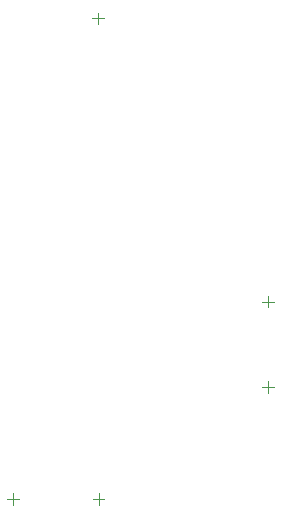
<source format=gbr>
%TF.GenerationSoftware,Altium Limited,Altium Designer,22.7.1 (60)*%
G04 Layer_Color=0*
%FSLAX45Y45*%
%MOMM*%
%TF.SameCoordinates,7EA997FE-DDDF-495E-A45D-074EEB3093BC*%
%TF.FilePolarity,Positive*%
%TF.FileFunction,Other,Top_Component_Center*%
%TF.Part,Single*%
G01*
G75*
%TA.AperFunction,NonConductor*%
%ADD50C,0.10000*%
D50*
X4940300Y6325400D02*
Y6425400D01*
X4890300Y6375400D02*
X4990300D01*
X6331316Y3256176D02*
X6431316Y3256175D01*
X6381316Y3206175D02*
Y3306176D01*
X6331316Y3978491D02*
X6431316D01*
X6381316Y4028491D02*
X6381316Y3928491D01*
X4221376Y2255484D02*
Y2355484D01*
X4171376Y2305484D02*
X4271376D01*
X4943691Y2255484D02*
Y2355484D01*
X4893691Y2305484D02*
X4993691D01*
%TF.MD5,82c753d2f6cea42c464bc244e1d10d8d*%
M02*

</source>
